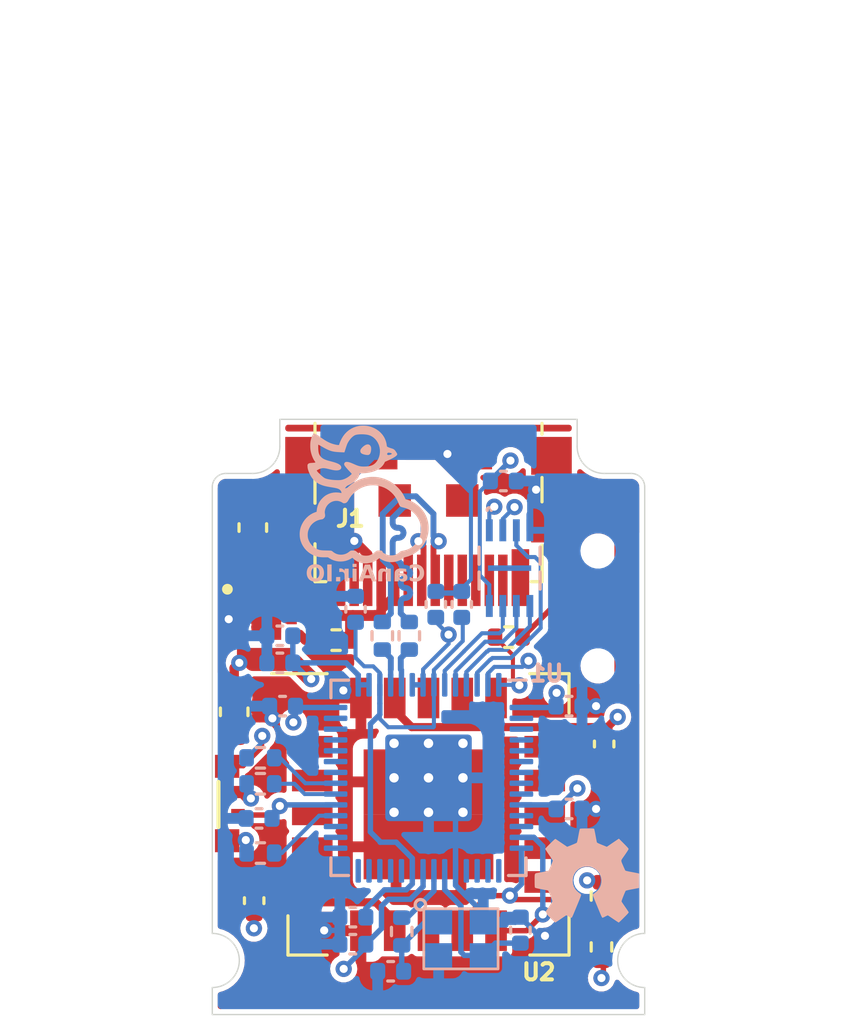
<source format=kicad_pcb>
(kicad_pcb (version 20210824) (generator pcbnew)
  (layers (0 "F.Cu" jumper) (1 "In1.Cu" signal) (2 "In2.Cu" signal) (31 "B.Cu" mixed) (34 "B.Paste" user) (35 "F.Paste" user) (36 "B.SilkS" user "B.Silkscreen") (37 "F.SilkS" user "F.Silkscreen") (38 "B.Mask" user) (39 "F.Mask" user) (44 "Edge.Cuts" user))
  (net 0 "")
  (net 1 "+1V1")
  (net 2 "+3V3")
  (net 3 "GND")
  (net 4 "/QSPI_SD3")
  (net 5 "/QSPI_SCLK")
  (net 6 "/QSPI_SD0")
  (net 7 "/QSPI_SD2")
  (net 8 "/QSPI_SD1")
  (net 9 "/QSPI_SS")
  (net 10 "/USB_D+")
  (net 11 "/USB_D-")
  (net 12 "/XIN")
  (net 13 "/XOUT")
  (net 14 "/XOUTc")
  (net 15 "/SCL")
  (net 16 "/SDA")
  (net 17 "Net-(R7-Pad2)")
  (net 18 "Net-(U4-Pad1)")
  (net 19 "/Pi_USB_D+")
  (net 20 "/Pi_USB_D-")
  (net 21 "VBUS")
  (net 22 "Net-(R6-Pad1)")
  (net 23 "Net-(D1-Pad3)")
  (net 24 "Net-(D1-Pad4)")
  (net 25 "Net-(D1-Pad1)")
  (net 26 "/LED_R")
  (net 27 "/LED_G")
  (net 28 "/LED_B")
  (net 51 "/RUN")
  (footprint "SMD:QFN-20_EP_10.1x10.1_Pitch1.25mm" (layer "F.Cu") (at 100 72.6)
    (fp_text reference "U2")
    (fp_text value "SCD4x")
  )
  (footprint "Resistor_SMD:R_0402_1005Metric" (layer "F.Cu") (at 106.4 77.5 90)
    (fp_text reference "R4" hide)
    (fp_text value "2.2k")
  )
  (footprint "Capacitor_SMD:C_0402_1005Metric" (layer "F.Cu") (at 106.5 70 -90)
    (fp_text reference "C8" hide)
    (fp_text value "4.7u")
  )
  (footprint "SMD:RGB_LED_3x1" (layer "F.Cu") (at 92.6 72.2 -90)
    (fp_text reference "D1" hide)
    (fp_text value "LED_BARG")
  )
  (footprint "Resistor_SMD:R_0402_1005Metric" (layer "F.Cu") (at 106.4 75.62 -90)
    (fp_text reference "R3" hide)
    (fp_text value "2.2k")
  )
  (footprint "Resistor_SMD:R_0402_1005Metric" (layer "F.Cu") (at 102.97 66.05 180)
    (fp_text reference "R6" hide)
    (fp_text value "1k")
  )
  (footprint "Resistor_SMD:R_0402_1005Metric" (layer "F.Cu") (at 96.58 66.16 180)
    (fp_text reference "R7" hide)
    (fp_text value "10k")
  )
  (footprint "SMD:XCL220" (layer "F.Cu") (at 94 65.4 -90)
    (fp_text reference "U4" hide)
    (fp_text value "XCL220")
  )
  (footprint "SMD:TL3340AF160QG" (layer "F.Cu") (at 106.27465 64.99 90)
    (fp_text reference "SW1")
    (fp_text value "SW_Push")
  )
  (footprint "Capacitor_SMD:C_0603_1608Metric" (layer "F.Cu") (at 92.81 68.81 -90)
    (fp_text reference "C18" hide)
    (fp_text value "10u")
  )
  (footprint "Capacitor_SMD:C_0603_1608Metric" (layer "F.Cu") (at 93.5 62 90)
    (fp_text reference "C17" hide)
    (fp_text value "10u")
  )
  (footprint "SMD:USB_C_Plug_UTC009-C12" (layer "F.Cu") (at 100 63.75 180)
    (fp_text reference "J1")
    (fp_text value "DX07P024MJ1R1500")
  )
  (footprint "Capacitor_SMD:C_0402_1005Metric" (layer "F.Cu") (at 93.55 75.79 90)
    (fp_text reference "C9" hide)
    (fp_text value "100n")
  )
  (footprint "Capacitor_SMD:C_0402_1005Metric" (layer "B.Cu") (at 98.6 78.4)
    (fp_text reference "C15" hide)
    (fp_text value "27p")
  )
  (footprint "Capacitor_SMD:C_0402_1005Metric" (layer "B.Cu") (at 94.5 67 180)
    (fp_text reference "C7" hide)
    (fp_text value "100n")
  )
  (footprint "Capacitor_SMD:C_0402_1005Metric" (layer "B.Cu") (at 94.5 66 180)
    (fp_text reference "C10" hide)
    (fp_text value "1u")
  )
  (footprint "Resistor_SMD:R_0402_1005Metric" (layer "B.Cu") (at 93.78 74.03 180)
    (fp_text reference "R10" hide)
    (fp_text value "470")
  )
  (footprint "Capacitor_SMD:C_0402_1005Metric" (layer "B.Cu") (at 97.3 65.02 90)
    (fp_text reference "C11" hide)
    (fp_text value "1u")
  )
  (footprint "Resistor_SMD:R_0402_1005Metric" (layer "B.Cu") (at 99.29 66 -90)
    (fp_text reference "R1" hide)
    (fp_text value "27.4")
  )
  (footprint "Capacitor_SMD:C_0402_1005Metric" (layer "B.Cu") (at 103.4 76.88 -90)
    (fp_text reference "C14" hide)
    (fp_text value "27p")
  )
  (footprint "Capacitor_SMD:C_0402_1005Metric" (layer "B.Cu") (at 94.6 68.6 180)
    (fp_text reference "C1" hide)
    (fp_text value "100n")
  )
  (footprint "Resistor_SMD:R_0402_1005Metric" (layer "B.Cu") (at 99.01 76.93 90)
    (fp_text reference "R5" hide)
    (fp_text value "1k")
  )
  (footprint "SMD:W25Q16JVUXIQ" (layer "B.Cu") (at 103 63.5 -90)
    (fp_text reference "U3" hide)
    (fp_text value "W25Q16JVUXIQ" hide)
  )
  (footprint "Capacitor_SMD:C_0402_1005Metric" (layer "B.Cu") (at 101.23 64.84 90)
    (fp_text reference "C12" hide)
    (fp_text value "100n")
  )
  (footprint "Capacitor_SMD:C_0402_1005Metric" (layer "B.Cu") (at 93.73 72.75 180)
    (fp_text reference "C2" hide)
    (fp_text value "100n")
  )
  (footprint "RP2040:RP2040-QFN-56" (layer "B.Cu") (at 100 71.25 180)
    (fp_text reference "U1")
    (fp_text value "RP2040")
  )
  (footprint "Capacitor_SMD:C_0402_1005Metric" (layer "B.Cu") (at 105.2 68.6)
    (fp_text reference "C3" hide)
    (fp_text value "100n")
  )
  (footprint "Capacitor_SMD:C_0402_1005Metric" (layer "B.Cu") (at 105.2 72.4)
    (fp_text reference "C4" hide)
    (fp_text value "100n")
  )
  (footprint "Resistor_SMD:R_0402_1005Metric" (layer "B.Cu") (at 98.29 66 90)
    (fp_text reference "R2" hide)
    (fp_text value "27.4")
  )
  (footprint "Capacitor_SMD:C_0402_1005Metric" (layer "B.Cu") (at 97.2 76.4 180)
    (fp_text reference "C13" hide)
    (fp_text value "100n")
  )
  (footprint "Capacitor_SMD:C_0402_1005Metric" (layer "B.Cu") (at 102.77 60.28)
    (fp_text reference "C16" hide)
    (fp_text value "100n")
  )
  (footprint "Resistor_SMD:R_0402_1005Metric" (layer "B.Cu") (at 93.78 70.51 180)
    (fp_text reference "R9" hide)
    (fp_text value "470")
  )
  (footprint "SMD:AKER_C2E" (layer "B.Cu") (at 101.2 77.2)
    (fp_text reference "Y1" hide)
    (fp_text value "C2E-12.000-18-1020-X-R")
  )
  (footprint "Capacitor_SMD:C_0402_1005Metric" (layer "B.Cu") (at 100.27 64.84 90)
    (fp_text reference "C6" hide)
    (fp_text value "100n")
  )
  (footprint "Capacitor_SMD:C_0402_1005Metric" (layer "B.Cu") (at 97.2 77.4 180)
    (fp_text reference "C5" hide)
    (fp_text value "100n")
  )
  (footprint "SMD:OHW_LOGO" (layer "B.Cu") (at 105.875301 74.885646 180)
    (fp_text reference "LOGO2" hide)
    (fp_text value "Logo_Open_Hardware_Small" hide)
  )
  (footprint "Resistor_SMD:R_0402_1005Metric" (layer "B.Cu") (at 93.78 71.47 180)
    (fp_text reference "R8" hide)
    (fp_text value "470")
  )
  (footprint "SMD:CanAir_IO" (layer "B.Cu") (at 97.58 60.88 180)
    (fp_text reference "LOGO1" hide)
    (fp_text value "LOGO" hide)
  )
  (gr_line (start 106.5 60) (end 107.5 60) (layer "Edge.Cuts") (width 0.05))
  (gr_line (start 108 80) (end 92 80) (layer "Edge.Cuts") (width 0.05))
  (gr_arc (start 93.500003 59) (end 93.5 60) (angle -90) (layer "Edge.Cuts") (width 0.05))
  (gr_arc (start 92.499999 60.5) (end 92.5 60) (angle -90) (layer "Edge.Cuts") (width 0.05))
  (gr_line (start 92 79) (end 92 80) (layer "Edge.Cuts") (width 0.05))
  (gr_line (start 105.5 58) (end 105.5 59) (layer "Edge.Cuts") (width 0.05))
  (gr_arc (start 108 78) (end 108 79) (angle 180) (layer "Edge.Cuts") (width 0.05))
  (gr_arc (start 92 78) (end 92 77) (angle 180) (layer "Edge.Cuts") (width 0.05))
  (gr_line (start 94.5 59) (end 94.5 58) (layer "Edge.Cuts") (width 0.05))
  (gr_line (start 94.5 58) (end 105.5 58) (layer "Edge.Cuts") (width 0.05))
  (gr_line (start 108 60.5) (end 108 77) (layer "Edge.Cuts") (width 0.05))
  (gr_arc (start 106.5 59.000003) (end 105.5 59) (angle -90) (layer "Edge.Cuts") (width 0.05))
  (gr_line (start 92 77) (end 92 60.5) (layer "Edge.Cuts") (width 0.05))
  (gr_line (start 92.5 60) (end 93.5 60) (layer "Edge.Cuts") (width 0.05))
  (gr_line (start 108 79) (end 108 80) (layer "Edge.Cuts") (width 0.05))
  (gr_arc (start 107.5 60.499999) (end 107.5 60) (angle 90) (layer "Edge.Cuts") (width 0.05))
  (segment (start 100.2 69.36) (end 100.2 67.8125) (width 0.15) (layer "B.Cu") (net 1))
  (segment (start 99.18 75.39) (end 98.37 75.39) (width 0.2) (layer "B.Cu") (net 1))
  (segment (start 101.267734 65.357734) (end 101.267734 66.192266) (width 0.15) (layer "B.Cu") (net 1))
  (segment (start 99.4 75.17) (end 99.18 75.39) (width 0.2) (layer "B.Cu") (net 1))
  (segment (start 98.51 69.38) (end 100.18 69.38) (width 0.15) (layer "B.Cu") (net 1))
  (segment (start 101.042743 66.420829) (end 100.2 67.263572) (width 0.15) (layer "B.Cu") (net 1))
  (segment (start 98.2 68.91) (end 97.85 69.26) (width 0.2) (layer "B.Cu") (net 1))
  (segment (start 98.2 69.07) (end 98.51 69.38) (width 0.15) (layer "B.Cu") (net 1))
  (segment (start 99.4 74.22503) (end 99.4 74.6875) (width 0.2) (layer "B.Cu") (net 1))
  (segment (start 98.37 75.39) (end 97.68 76.08) (width 0.2) (layer "B.Cu") (net 1))
  (segment (start 101.267734 66.192266) (end 101.042744 66.417256) (width 0.15) (layer "B.Cu") (net 1))
  (segment (start 98.80497 73.63) (end 99.4 74.22503) (width 0.2) (layer "B.Cu") (net 1))
  (segment (start 97.62 67.13) (end 97.3 66.81) (width 0.15) (layer "B.Cu") (net 1))
  (segment (start 99.4 74.6875) (end 99.4 75.17) (width 0.2) (layer "B.Cu") (net 1))
  (segment (start 97.85 73.25) (end 98.21 73.61) (width 0.2) (layer "B.Cu") (net 1))
  (segment (start 98.21 73.63) (end 98.80497 73.63) (width 0.2) (layer "B.Cu") (net 1))
  (segment (start 101.042744 66.417256) (end 101.042743 66.420829) (width 0.15) (layer "B.Cu") (net 1))
  (segment (start 98.2 67.8125) (end 98.2 68.5) (width 0.2) (layer "B.Cu") (net 1))
  (segment (start 97.85 69.26) (end 97.85 73.25) (width 0.2) (layer "B.Cu") (net 1))
  (segment (start 97.3 66.81) (end 97.3 65.5) (width 0.15) (layer "B.Cu") (net 1))
  (segment (start 98.2 68.5) (end 98.2 68.91) (width 0.2) (layer "B.Cu") (net 1))
  (segment (start 98.2 67.8125) (end 98.2 67.375) (width 0.15) (layer "B.Cu") (net 1))
  (segment (start 98.2 67.375) (end 97.955 67.13) (width 0.15) (layer "B.Cu") (net 1))
  (segment (start 98.2 68.5) (end 98.2 69.07) (width 0.15) (layer "B.Cu") (net 1))
  (segment (start 100.18 69.38) (end 100.2 69.36) (width 0.15) (layer "B.Cu") (net 1))
  (segment (start 98.21 73.61) (end 98.21 73.63) (width 0.2) (layer "B.Cu") (net 1))
  (segment (start 100.2 67.263572) (end 100.2 67.8125) (width 0.15) (layer "B.Cu") (net 1))
  (segment (start 97.955 67.13) (end 97.62 67.13) (width 0.15) (layer "B.Cu") (net 1))
  (segment (start 97.68 76.08) (end 97.68 76.4) (width 0.2) (layer "B.Cu") (net 1))
  (segment (start 93.9905 67) (end 93.5 67) (width 0.3) (layer "F.Cu") (net 2))
  (segment (start 95.66 67.6) (end 95.06 67) (width 0.6) (layer "F.Cu") (net 2))
  (segment (start 106.4 75.11) (end 105.94 75.11) (width 0.15) (layer "F.Cu") (net 2))
  (segment (start 92.95 72.625) (end 94.165 72.625) (width 0.2) (layer "F.Cu") (net 2))
  (segment (start 98.75 76.55) (end 98.050489 75.850489) (width 0.3) (layer "F.Cu") (net 2))
  (segment (start 106.47 78.58) (end 106.4 78.65) (width 0.2) (layer "F.Cu") (net 2))
  (segment (start 106.47 78.11) (end 106.47 78.58) (width 0.2) (layer "F.Cu") (net 2))
  (segment (start 106.5 69.5) (end 107 69) (width 0.3) (layer "F.Cu") (net 2))
  (segment (start 99.375489 69.375489) (end 106.355489 69.375489) (width 0.3) (layer "F.Cu") (net 2))
  (segment (start 106.355489 69.375489) (end 106.5 69.52) (width 0.3) (layer "F.Cu") (net 2))
  (segment (start 93.5 67) (end 93 67) (width 0.3) (layer "F.Cu") (net 2))
  (segment (start 92.81 68.035) (end 92.81 67.19) (width 0.35) (layer "F.Cu") (net 2))
  (segment (start 93.0625 65.95) (end 93.0625 66.9375) (width 0.3) (layer "F.Cu") (net 2))
  (segment (start 93.55 76.8) (end 93.54 76.81) (width 0.3) (layer "F.Cu") (net 2))
  (segment (start 94 66.9905) (end 93.9905 67) (width 0.3) (layer "F.Cu") (net 2))
  (segment (start 98.75 68.75) (end 99.375489 69.375489) (width 0.3) (layer "F.Cu") (net 2))
  (segment (start 98.050489 75.850489) (end 93.969511 75.850489) (width 0.3) (layer "F.Cu") (net 2))
  (segment (start 105.94 75.11) (end 105.87 75.04) (width 0.15) (layer "F.Cu") (net 2))
  (segment (start 93.55 76.27) (end 93.55 76.8) (width 0.3) (layer "F.Cu") (net 2))
  (segment (start 94.165 72.625) (end 94.5 72.29) (width 0.2) (layer "F.Cu") (net 2))
  (segment (start 95.06 67) (end 93.5 67) (width 0.6) (layer "F.Cu") (net 2))
  (segment (start 94 66.65) (end 94 66.9905) (width 0.3) (layer "F.Cu") (net 2))
  (segment (start 93.969511 75.850489) (end 93.55 76.27) (width 0.3) (layer "F.Cu") (net 2))
  (segment (start 93.0625 66.9375) (end 93 67) (width 0.3) (layer "F.Cu") (net 2))
  (segment (start 92.81 67.19) (end 93 67) (width 0.35) (layer "F.Cu") (net 2))
  (via (at 105.87 75.04) (size 0.6) (drill 0.3) (layers "F.Cu" "B.Cu") (net 2))
  (via (at 94.5 72.29) (size 0.6) (drill 0.3) (layers "F.Cu" "B.Cu") (net 2))
  (via (at 95 69.2) (size 0.6) (drill 0.3) (layers "F.Cu" "B.Cu") (net 2))
  (via (at 107 69) (size 0.6) (drill 0.3) (layers "F.Cu" "B.Cu") (net 2))
  (via (at 106.4 78.65) (size 0.6) (drill 0.3) (layers "F.Cu" "B.Cu") (net 2))
  (via (at 105.509368 71.640816) (size 0.6) (drill 0.3) (layers "F.Cu" "B.Cu") (net 2))
  (via (at 103.032947 59.524975) (size 0.6) (drill 0.3) (layers "F.Cu" "B.Cu") (net 2))
  (via (at 93.54 76.81) (size 0.6) (drill 0.3) (layers "F.Cu" "B.Cu") (net 2))
  (via (at 96.861995 78.310888) (size 0.6) (drill 0.3) (layers "F.Cu" "B.Cu") (net 2))
  (via (at 95.66 67.6) (size 0.6) (drill 0.3) (layers "F.Cu" "B.Cu") (net 2))
  (via (at 93 67) (size 0.6) (drill 0.3) (layers "F.Cu" "B.Cu") (net 2))
  (via (at 104.74 68.109011) (size 0.6) (drill 0.3) (layers "F.Cu" "B.Cu") (net 2))
  (via (at 100.743233 65.957329) (size 0.6) (drill 0.3) (layers "F.Cu" "B.Cu") (net 2))
  (segment (start 94.98 66) (end 94.98 67) (width 0.2) (layer "B.Cu") (net 2))
  (segment (start 99.8 67.24) (end 99.8 67.8125) (width 0.15) (layer "B.Cu") (net 2))
  (segment (start 100.27 65.484096) (end 100.743233 65.957329) (width 0.15) (layer "B.Cu") (net 2))
  (segment (start 104.72 68.6) (end 104.72 68.129011) (width 0.2) (layer "B.Cu") (net 2))
  (segment (start 97.4 67.8125) (end 97.4 67.448928) (width 0.2) (layer "B.Cu") (net 2))
  (segment (start 102.249999 64.116427) (end 101.898488 63.764916) (width 0.15) (layer "B.Cu") (net 2))
  (segment (start 103.4375 68.65) (end 104.67 68.65) (width 0.2) (layer "B.Cu") (net 2))
  (segment (start 104.72 68.129011) (end 104.74 68.109011) (width 0.2) (layer "B.Cu") (net 2))
  (segment (start 97.8 67.8125) (end 97.4 67.8125) (width 0.2) (layer "B.Cu") (net 2))
  (segment (start 100.743233 66.296767) (end 99.8 67.24) (width 0.15) (layer "B.Cu") (net 2))
  (segment (start 103.4375 72.25) (end 104.57 72.25) (width 0.2) (layer "B.Cu") (net 2))
  (segment (start 97.68 77.4) (end 98.25952 76.82048) (width 0.2) (layer "B.Cu") (net 2))
  (segment (start 102.29 60.267922) (end 103.032947 59.524975) (width 0.2) (layer "B.Cu") (net 2))
  (segment (start 98.514773 75.739511) (end 99.324773 75.739511) (width 0.2) (layer "B.Cu") (net 2))
  (segment (start 95.08 68.6) (end 95.08 69.12) (width 0.2) (layer "B.Cu") (net 2))
  (segment (start 99.324773 75.739511) (end 99.8 75.264284) (width 0.2) (layer "B.Cu") (net 2))
  (segment (start 97.4 67.448928) (end 96.951072 67) (width 0.2) (layer "B.Cu") (net 2))
  (segment (start 97.68 77.492883) (end 96.861995 78.310888) (width 0.2) (layer "B.Cu") (net 2))
  (segment (start 102.249999 64.8984) (end 102.249999 64.116427) (width 0.15) (layer "B.Cu") (net 2))
  (segment (start 104.750184 72.4) (end 105.509368 71.640816) (width 0.2) (layer "B.Cu") (net 2))
  (segment (start 94.21 72.58) (end 94.5 72.29) (width 0.2) (layer "B.Cu") (net 2))
  (segment (start 100.743233 65.957329) (end 100.743233 66.296767) (width 0.15) (layer "B.Cu") (net 2))
  (segment (start 96.5625 72.25) (end 94.54 72.25) (width 0.2) (layer "B.Cu") (net 2))
  (segment (start 99.8 75.264284) (end 99.8 74.6875) (width 0.2) (layer "B.Cu") (net 2))
  (segment (start 96.951072 67) (end 94.98 67) (width 0.2) (layer "B.Cu") (net 2))
  (segment (start 95.58 67.6) (end 94.98 67) (width 0.2) (layer "B.Cu") (net 2))
  (segment (start 99.4 67.8125) (end 99.8 67.8125) (width 0.2) (layer "B.Cu") (net 2))
  (segment (start 101.898488 63.764916) (end 101.898488 60.671512) (width 0.15) (layer "B.Cu") (net 2))
  (segment (start 94.21 72.75) (end 94.21 72.58) (width 0.2) (layer "B.Cu") (net 2))
  (segment (start 98.25952 76.82048) (end 98.25952 75.994764) (width 0.2) (layer "B.Cu") (net 2))
  (segment (start 95.08 69.12) (end 95 69.2) (width 0.2) (layer "B.Cu") (net 2))
  (segment (start 94.54 72.25) (end 94.5 72.29) (width 0.2) (layer "B.Cu") (net 2))
  (segment (start 96.5625 68.65) (end 95.13 68.65) (width 0.2) (layer "B.Cu") (net 2))
  (segment (start 95.66 67.6) (end 95.58 67.6) (width 0.2) (layer "B.Cu") (net 2))
  (segment (start 98.25952 75.994764) (end 98.514773 75.739511) (width 0.2) (layer "B.Cu") (net 2))
  (segment (start 101.898488 60.671512) (end 102.29 60.28) (width 0.15) (layer "B.Cu") (net 2))
  (segment (start 97.5 68.3) (end 97.130637 68.3) (width 0.2) (layer "F.Cu") (net 3))
  (segment (start 97.75 63.95) (end 97.75 62.989817) (width 0.35) (layer "F.Cu") (net 3))
  (segment (start 93.0625 65.4) (end 92.621342 65.4) (width 0.15) (layer "F.Cu") (net 3))
  (segment (start 94.9375 65.4) (end 94.76 65.4) (width 0.3) (layer "F.Cu") (net 3))
  (segment (start 93.342416 69.052584) (end 92.81 69.585) (width 0.3) (layer "F.Cu") (net 3))
  (segment (start 93.625 65.4) (end 94 65.025) (width 0.3) (layer "F.Cu") (net 3))
  (segment (start 97.130637 68.3) (end 96.8505 68.019863) (width 0.2) (layer "F.Cu") (net 3))
  (segment (start 94 65.775) (end 93.855 65.775) (width 0.15) (layer "F.Cu") (net 3))
  (segment (start 94.375 65.4) (end 94.76 65.4) (width 0.15) (layer "F.Cu") (net 3))
  (segment (start 94.224578 69.052584) (end 93.342416 69.052584) (width 0.3) (layer "F.Cu") (net 3))
  (segment (start 94.375 65.4) (end 94 65.025) (width 0.3) (layer "F.Cu") (net 3))
  (segment (start 94 65.775) (end 94.375 65.4) (width 0.15) (layer "F.Cu") (net 3))
  (segment (start 92.621342 65.4) (end 92.60782 65.386478) (width 0.15) (layer "F.Cu") (net 3))
  (segment (start 97.25 63.95) (end 97.25 62.500407) (width 0.35) (layer "F.Cu") (net 3))
  (segment (start 97.25 62.500407) (end 97.255295 62.495112) (width 0.35) (layer "F.Cu") (net 3))
  (segment (start 93.48 65.4) (end 93.625 65.4) (width 0.3) (layer "F.Cu") (net 3))
  (segment (start 97.75 62.989817) (end 97.255295 62.495112) (width 0.35) (layer "F.Cu") (net 3))
  (segment (start 93.855 65.775) (end 93.48 65.4) (width 0.15) (layer "F.Cu") (net 3))
  (segment (start 93.0625 65.4) (end 93.48 65.4) (width 0.3) (layer "F.Cu") (net 3))
  (via (at 103.98 60.6) (size 0.6) (drill 0.3) (layers "F.Cu" "B.Cu") (net 3))
  (via (at 94.224578 69.052584) (size 0.6) (drill 0.3) (layers "F.Cu" "B.Cu") (net 3))
  (via (at 104.31 77.09) (size 0.6) (drill 0.3) (layers "F.Cu" "B.Cu") (net 3))
  (via (at 100.700498 59.28) (size 0.6) (drill 0.3) (layers "F.Cu" "B.Cu") (net 3))
  (via (at 96.14 76.89) (size 0.6) (drill 0.3) (layers "F.Cu" "B.Cu") (net 3))
  (via (at 97.255295 62.495112) (size 0.6) (drill 0.3) (layers "F.Cu" "B.Cu") (net 3))
  (via (at 106.2 72.4) (size 0.6) (drill 0.3) (layers "F.Cu" "B.Cu") (net 3))
  (via (at 106.2 68.6) (size 0.6) (drill 0.3) (layers "F.Cu" "B.Cu") (net 3))
  (via (at 96.8505 68.019863) (size 0.6) (drill 0.3) (layers "F.Cu" "B.Cu") (net 3))
  (via (at 92.60782 65.386478) (size 0.6) (drill 0.3) (layers "F.Cu" "B.Cu") (net 3))
  (segment (start 96.72 76.89) (end 96.14 76.89) (width 0.2) (layer "B.Cu") (net 3))
  (segment (start 101 74.6875) (end 101 75.220682) (width 0.2) (layer "B.Cu") (net 3))
  (segment (start 94.12 68.948006) (end 94.224578 69.052584) (width 0.2) (layer "B.Cu") (net 3))
  (segment (start 101.23 64.26) (end 101.57 63.92) (width 0.15) (layer "B.Cu") (net 3))
  (segment (start 103.2125 76.5875) (end 103.4 76.4) (width 0.2) (layer "B.Cu") (net 3))
  (segment (start 96.72 76.4) (end 96.72 76.89) (width 0.2) (layer "B.Cu") (net 3))
  (segment (start 101.57 60.149502) (end 100.700498 59.28) (width 0.15) (layer "B.Cu") (net 3))
  (segment (start 101 74.6875) (end 101 72.8) (width 0.2) (layer "B.Cu") (net 3))
  (segment (start 101.23 64.36) (end 101.23 64.26) (width 0.15) (layer "B.Cu") (net 3))
  (segment (start 103.750001 60.829999) (end 103.98 60.6) (width 0.2) (layer "B.Cu") (net 3))
  (segment (start 103.4 76.4) (end 104.09 77.09) (width 0.2) (layer "B.Cu") (net 3))
  (segment (start 101.57 63.92) (end 101.57 60.149502) (width 0.15) (layer "B.Cu") (net 3))
  (segment (start 105.68 68.6) (end 106.2 68.6) (width 0.2) (layer "B.Cu") (net 3))
  (segment (start 103.25 60.28) (end 103.66 60.28) (width 0.2) (layer "B.Cu") (net 3))
  (segment (start 102.025 76.5875) (end 103.2125 76.5875) (width 0.2) (layer "B.Cu") (net 3))
  (segment (start 100.29 64.42) (end 101.26 64.42) (width 0.2) (layer "B.Cu") (net 3))
  (segment (start 101 72.8) (end 101.275 72.525) (width 0.2) (layer "B.Cu") (net 3))
  (segment (start 104.09 77.09) (end 104.31 77.09) (width 0.2) (layer "B.Cu") (net 3))
  (segment (start 94.02 66) (end 94.02 67) (width 0.15) (layer "B.Cu") (net 3))
  (segment (start 94.12 68.6) (end 94.12 68.948006) (width 0.2) (layer "B.Cu") (net 3))
  (segment (start 103.750001 62.1016) (end 103.750001 60.829999) (width 0.2) (layer "B.Cu") (net 3))
  (segment (start 101 75.220682) (end 102.025 76.245682) (width 0.2) (layer "B.Cu") (net 3))
  (segment (start 103.66 60.28) (end 103.98 60.6) (width 0.2) (layer "B.Cu") (net 3))
  (segment (start 96.72 77.4) (end 96.72 76.89) (width 0.2) (layer "B.Cu") (net 3))
  (segment (start 105.68 72.4) (end 106.2 72.4) (width 0.2) (layer "B.Cu") (net 3))
  (segment (start 101.318512 66.567746) (end 101.979472 65.906786) (width 0.15) (layer "B.Cu") (net 4))
  (segment (start 101.979472 65.906786) (end 102.623214 65.906786) (width 0.15) (layer "B.Cu") (net 4))
  (segment (start 101.318512 66.571757) (end 101.318512 66.567746) (width 0.15) (layer "B.Cu") (net 4))
  (segment (start 102.623214 65.906786) (end 102.75 65.78) (width 0.15) (layer "B.Cu") (net 4))
  (segment (start 100.6 67.290269) (end 101.318512 66.571757) (width 0.15) (layer "B.Cu") (net 4))
  (segment (start 102.75 65.78) (end 102.75 64.8984) (width 0.15) (layer "B.Cu") (net 4))
  (segment (start 100.6 67.8125) (end 100.6 67.290269) (width 0.15) (layer "B.Cu") (net 4))
  (segment (start 101 67.8125) (end 101 67.313841) (width 0.15) (layer "B.Cu") (net 5))
  (segment (start 101 67.313841) (end 102.095269 66.218572) (width 0.15) (layer "B.Cu") (net 5))
  (segment (start 103.25 65.72) (end 103.25 64.8984) (width 0.15) (layer "B.Cu") (net 5))
  (segment (start 102.751428 66.218572) (end 103.25 65.72) (width 0.15) (layer "B.Cu") (net 5))
  (segment (start 102.095269 66.218572) (end 102.751428 66.218572) (width 0.15) (layer "B.Cu") (net 5))
  (segment (start 103.750001 64.8984) (end 103.750001 65.649999) (width 0.15) (layer "B.Cu") (net 6))
  (segment (start 102.182185 66.578531) (end 102.159709 66.578531) (width 0.15) (layer "B.Cu") (net 6))
  (segment (start 102.182188 66.578528) (end 102.182185 66.578531) (width 0.15) (layer "B.Cu") (net 6))
  (segment (start 102.182194 66.578528) (end 102.182188 66.578528) (width 0.15) (layer "B.Cu") (net 6))
  (segment (start 102.88088 66.51912) (end 102.241598 66.51912) (width 0.15) (layer "B.Cu") (net 6))
  (segment (start 103.750001 65.649999) (end 102.88088 66.51912) (width 0.15) (layer "B.Cu") (net 6))
  (segment (start 102.159709 66.578531) (end 101.4 67.33824) (width 0.15) (layer "B.Cu") (net 6))
  (segment (start 102.241598 66.51912) (end 102.182194 66.578528) (width 0.15) (layer "B.Cu") (net 6))
  (segment (start 101.4 67.33824) (end 101.4 67.8125) (width 0.15) (layer "B.Cu") (net 6))
  (segment (start 102.364786 66.81951) (end 103.044062 66.81951) (width 0.15) (layer "B.Cu") (net 7))
  (segment (start 104.15 63.299278) (end 103.940722 63.09) (width 0.15) (layer "B.Cu") (net 7))
  (segment (start 103.25 62.658) (end 103.25 62.1016) (width 0.15) (layer "B.Cu") (net 7))
  (segment (start 103.940722 63.09) (end 103.682 63.09) (width 0.15) (layer "B.Cu") (net 7))
  (segment (start 102.306266 66.878034) (end 102.364786 66.81951) (width 0.15) (layer "B.Cu") (net 7))
  (segment (start 101.8 67.361812) (end 102.283778 66.878034) (width 0.15) (layer "B.Cu") (net 7))
  (segment (start 102.283778 66.878034) (end 102.306266 66.878034) (width 0.15) (layer "B.Cu") (net 7))
  (segment (start 104.15 65.713572) (end 104.15 63.299278) (width 0.15) (layer "B.Cu") (net 7))
  (segment (start 101.8 67.8125) (end 101.8 67.361812) (width 0.15) (layer "B.Cu") (net 7))
  (segment (start 103.682 63.09) (end 103.25 62.658) (width 0.15) (layer "B.Cu") (net 7))
  (segment (start 103.044062 66.81951) (end 104.15 65.713572) (width 0.15) (layer "B.Cu") (net 7))
  (via (at 103.183831 61.244693) (size 0.6) (drill 0.3) (layers "F.Cu" "B.Cu") (net 8))
  (via (at 103.699636 66.925692) (size 0.6) (drill 0.3) (layers "F.Cu" "B.Cu") (net 8))
  (segment (start 102.2 67.8125) (end 102.2 67.385384) (width 0.15) (layer "B.Cu") (net 8))
  (segment (start 102.75 62.1016) (end 102.75 61.678524) (width 0.15) (layer "B.Cu") (net 8))
  (segment (start 103.474848 67.15048) (end 103.699636 66.925692) (width 0.15) (layer "B.Cu") (net 8))
  (segment (start 102.2 67.385384) (end 102.434904 67.15048) (width 0.15) (layer "B.Cu") (net 8))
  (segment (start 102.75 61.678524) (end 103.183831 61.244693) (width 0.15) (layer "B.Cu") (net 8))
  (segment (start 102.434904 67.15048) (end 103.474848 67.15048) (width 0.15) (layer "B.Cu") (net 8))
  (segment (start 103.36182 67.829542) (end 103.124511 67.592233) (width 0.15) (layer "F.Cu") (net 9))
  (segment (start 103.124511 66.714511) (end 102.46 66.05) (width 0.15) (layer "F.Cu") (net 9))
  (segment (start 103.124511 67.592233) (end 103.124511 66.714511) (width 0.15) (layer "F.Cu") (net 9))
  (via (at 102.4345 61.228683) (size 0.6) (drill 0.3) (layers "F.Cu" "B.Cu") (net 9))
  (via (at 103.36182 67.829542) (size 0.6) (drill 0.3) (layers "F.Cu" "B.Cu") (net 9))
  (segment (start 103.344778 67.8125) (end 103.36182 67.829542) (width 0.15) (layer "B.Cu") (net 9))
  (segment (start 102.6 67.8125) (end 103.344778 67.8125) (width 0.15) (layer "B.Cu") (net 9))
  (segment (start 102.249999 61.413184) (end 102.4345 61.228683) (width 0.15) (layer "B.Cu") (net 9))
  (segment (start 102.249999 62.1016) (end 102.249999 61.413184) (width 0.15) (layer "B.Cu") (net 9))
  (segment (start 99.815907 63.109093) (end 99.815907 62.695743) (width 0.218186) (layer "F.Cu") (net 10))
  (segment (start 99.815907 62.695743) (end 99.625 62.504836) (width 0.218186) (layer "F.Cu") (net 10))
  (via (at 99.625 62.504836) (size 0.6) (drill 0.3) (layers "F.Cu" "B.Cu") (net 10))
  (segment (start 99.145337 64.599546) (end 99.145336 64.599546) (width 0.218186) (layer "B.Cu") (net 10))
  (segment (start 99.106255 61.214093) (end 98.674093 61.646255) (width 0.218186) (layer "B.Cu") (net 10))
  (segment (start 98.89 62.378186) (end 98.858186 62.378186) (width 0.218186) (layer "B.Cu") (net 10))
  (segment (start 98.674093 63.023745) (end 98.974093 63.323745) (width 0.218186) (layer "B.Cu") (net 10))
  (segment (start 99.145336 64.23136) (end 99.145337 64.23136) (width 0.218186) (layer "B.Cu") (net 10))
  (segment (start 99.31658 63.666231) (end 99.31658 63.691931) (width 0.218186) (layer "B.Cu") (net 10))
  (segment (start 99.31658 64.402603) (end 99.31658 64.428303) (width 0.218186) (layer "B.Cu") (net 10))
  (segment (start 98.974093 64.034417) (end 98.974093 64.060117) (width 0.218186) (layer "B.Cu") (net 10))
  (segment (start 98.674093 61.646255) (end 98.674093 61.825907) (width 0.218186) (layer "B.Cu") (net 10))
  (segment (start 99.815907 62.313929) (end 99.625 62.504836) (width 0.218186) (layer "B.Cu") (net 10))
  (segment (start 99.815907 62.313929) (end 99.815907 61.646255) (width 0.218186) (layer "B.Cu") (net 10))
  (segment (start 99.145337 63.863174) (end 99.145336 63.863174) (width 0.218186) (layer "B.Cu") (net 10))
  (segment (start 98.674093 62.612279) (end 98.674093 63.023745) (width 0.218186) (layer "B.Cu") (net 10))
  (segment (start 98.974093 65.174093) (end 99.29 65.49) (width 0.218186) (layer "B.Cu") (net 10))
  (segment (start 98.674093 62.562279) (end 98.674093 62.612279) (width 0.218186) (layer "B.Cu") (net 10))
  (segment (start 98.858186 62.01) (end 98.89 62.01) (width 0.218186) (layer "B.Cu") (net 10))
  (segment (start 99.383745 61.214093) (end 99.106255 61.214093) (width 0.218186) (layer "B.Cu") (net 10))
  (segment (start 99.145336 63.494988) (end 99.145337 63.494988) (width 0.218186) (layer "B.Cu") (net 10))
  (segment (start 98.974093 64.770789) (end 98.974093 64.796489) (width 0.218186) (layer "B.Cu") (net 10))
  (segment (start 99.815907 61.646255) (end 99.383745 61.214093) (width 0.218186) (layer "B.Cu") (net 10))
  (segment (start 98.974093 64.796489) (end 98.974093 65.174093) (width 0.218186) (layer "B.Cu") (net 10))
  (arc (start 98.974093 63.323745) (mid 99.024249 63.444832) (end 99.145336 63.494988) (width 0.218186) (layer "B.Cu") (net 10))
  (arc (start 99.074093 62.194093) (mid 99.020173 62.324266) (end 98.89 62.378186) (width 0.218186) (layer "B.Cu") (net 10))
  (arc (start 99.145337 63.494988) (mid 99.266424 63.545144) (end 99.31658 63.666231) (width 0.218186) (layer "B.Cu") (net 10))
  (arc (start 98.974093 64.060117) (mid 99.024249 64.181204) (end 99.145336 64.23136) (width 0.218186) (layer "B.Cu") (net 10))
  (arc (start 98.858186 62.378186) (mid 98.728013 62.432106) (end 98.674093 62.562279) (width 0.218186) (layer "B.Cu") (net 10))
  (arc (start 98.674093 61.825907) (mid 98.728013 61.95608) (end 98.858186 62.01) (width 0.218186) (layer "B.Cu") (net 10))
  (arc (start 99.145336 63.863174) (mid 99.024249 63.91333) (end 98.974093 64.034417) (width 0.218186) (layer "B.Cu") (net 10))
  (arc (start 99.145337 64.23136) (mid 99.266424 64.281516) (end 99.31658 64.402603) (width 0.218186) (layer "B.Cu") (net 10))
  (arc (start 99.31658 64.428303) (mid 99.266424 64.54939) (end 99.145337 64.599546) (width 0.218186) (layer "B.Cu") (net 10))
  (arc (start 98.89 62.01) (mid 99.020173 62.06392) (end 99.074093 62.194093) (width 0.218186) (layer "B.Cu") (net 10))
  (arc (start 99.31658 63.691931) (mid 99.266424 63.813018) (end 99.145337 63.863174) (width 0.218186) (layer "B.Cu") (net 10))
  (arc (start 99.145336 64.599546) (mid 99.024249 64.649702) (end 98.974093 64.770789) (width 0.218186) (layer "B.Cu") (net 10))
  (segment (start 100.184093 63.109093) (end 100.184093 62.695743) (width 0.218186) (layer "F.Cu") (net 11))
  (segment (start 100.184093 62.695743) (end 100.375 62.504836) (width 0.218186) (layer "F.Cu") (net 11))
  (via (at 100.375 62.504836) (size 0.6) (drill 0.3) (layers "F.Cu" "B.Cu") (net 11))
  (segment (start 99.536255 60.845907) (end 98.953745 60.845907) (width 0.218186) (layer "B.Cu") (net 11))
  (segment (start 100.184093 61.493745) (end 99.536255 60.845907) (width 0.218186) (layer "B.Cu") (net 11))
  (segment (start 98.605907 63.476255) (end 98.605907 65.174093) (width 0.218186) (layer "B.Cu") (net 11))
  (segment (start 100.184093 62.313929) (end 100.375 62.504836) (width 0.218186) (layer "B.Cu") (net 11))
  (segment (start 100.184093 62.313929) (end 100.184093 61.493745) (width 0.218186) (layer "B.Cu") (net 11))
  (segment (start 98.305907 61.493745) (end 98.305907 63.176255) (width 0.218186) (layer "B.Cu") (net 11))
  (segment (start 98.953745 60.845907) (end 98.305907 61.493745) (width 0.218186) (layer "B.Cu") (net 11))
  (segment (start 98.305907 63.176255) (end 98.605907 63.476255) (width 0.218186) (layer "B.Cu") (net 11))
  (segment (start 98.605907 65.174093) (end 98.29 65.49) (width 0.218186) (layer "B.Cu") (net 11))
  (segment (start 100.6 75.385676) (end 101.2 75.985676) (width 0.2) (layer "B.Cu") (net 12))
  (segment (start 101.2 77.6875) (end 101.325 77.8125) (width 0.2) (layer "B.Cu") (net 12))
  (segment (start 102.4775 77.36) (end 102.025 77.8125) (width 0.2) (layer "B.Cu") (net 12))
  (segment (start 103.4 77.36) (end 102.4775 77.36) (width 0.2) (layer "B.Cu") (net 12))
  (segment (start 101.325 77.8125) (end 102.025 77.8125) (width 0.2) (layer "B.Cu") (net 12))
  (segment (start 101.2 75.985676) (end 101.2 77.6875) (width 0.2) (layer "B.Cu") (net 12))
  (segment (start 100.6 74.6875) (end 100.6 75.385676) (width 0.2) (layer "B.Cu") (net 12))
  (segment (start 100.2 75.43) (end 99.21 76.42) (width 0.2) (layer "B.Cu") (net 13))
  (segment (start 100.2 74.6875) (end 100.2 75.43) (width 0.2) (layer "B.Cu") (net 13))
  (segment (start 99.01 77.44) (end 99.01 78.33) (width 0.2) (layer "B.Cu") (net 14))
  (segment (start 99.8625 76.5875) (end 100.375 76.5875) (width 0.2) (layer "B.Cu") (net 14))
  (segment (start 99.01 77.44) (end 99.8625 76.5875) (width 0.2) (layer "B.Cu") (net 14))
  (segment (start 103.155427 75.749511) (end 106.099511 75.749511) (width 0.2) (layer "F.Cu") (net 15))
  (segment (start 106.099511 75.749511) (end 106.48 76.13) (width 0.2) (layer "F.Cu") (net 15))
  (segment (start 102.195905 75.604095) (end 101.25 76.55) (width 0.2) (layer "F.Cu") (net 15))
  (segment (start 103.010011 75.604095) (end 103.155427 75.749511) (width 0.2) (layer "F.Cu") (net 15))
  (segment (start 103.010011 75.604095) (end 102.195905 75.604095) (width 0.2) (layer "F.Cu") (net 15))
  (via (at 103.010011 75.604095) (size 0.6) (drill 0.3) (layers "F.Cu" "B.Cu") (net 15))
  (segment (start 103.4375 73.85) (end 103.4375 75.176606) (width 0.2) (layer "B.Cu") (net 15))
  (segment (start 103.4375 75.176606) (end 103.010011 75.604095) (width 0.2) (layer "B.Cu") (net 15))
  (segment (start 105.679011 76.299011) (end 106.47 77.09) (width 0.2) (layer "F.Cu") (net 16))
  (segment (start 102.5 76.9) (end 103.627817 76.9) (width 0.2) (layer "F.Cu") (net 16))
  (segment (start 104.228806 76.299011) (end 105.679011 76.299011) (width 0.2) (layer "F.Cu") (net 16))
  (segment (start 103.627817 76.9) (end 104.228806 76.299011) (width 0.2) (layer "F.Cu") (net 16))
  (via (at 104.228806 76.299011) (size 0.6) (drill 0.3) (layers "F.Cu" "B.Cu") (net 16))
  (segment (start 103.4375 73.45) (end 103.89997 73.45) (width 0.2) (layer "B.Cu") (net 16))
  (segment (start 103.89997 73.45) (end 104.228806 73.778836) (width 0.2) (layer "B.Cu") (net 16))
  (segment (start 104.228806 73.778836) (end 104.228806 76.299011) (width 0.2) (layer "B.Cu") (net 16))
  (segment (start 95.44 66.16) (end 96.07 66.16) (width 0.35) (layer "F.Cu") (net 17))
  (segment (start 94.9375 65.95) (end 95.23 65.95) (width 0.35) (layer "F.Cu") (net 17))
  (segment (start 95.23 65.95) (end 95.44 66.16) (width 0.35) (layer "F.Cu") (net 17))
  (segment (start 93.0625 64.375) (end 93.2875 64.15) (width 0.3) (layer "F.Cu") (net 18))
  (segment (start 93.0625 64.85) (end 93.0625 64.375) (width 0.3) (layer "F.Cu") (net 18))
  (segment (start 99.29 66.51) (end 98.974093 66.825907) (width 0.218186) (layer "B.Cu") (net 19))
  (segment (start 99 67.268129) (end 98.974093 67.242222) (width 0.2) (layer "B.Cu") (net 19))
  (segment (start 99 67.8125) (end 99 67.268129) (width 0.2) (layer "B.Cu") (net 19))
  (segment (start 98.974093 66.825907) (end 98.974093 67.242222) (width 0.218186) (layer "B.Cu") (net 19))
  (segment (start 98.6 67.248129) (end 98.605907 67.242222) (width 0.2) (layer "B.Cu") (net 20))
  (segment (start 98.29 66.51) (end 98.605907 66.825907) (width 0.218186) (layer "B.Cu") (net 20))
  (segment (start 98.605907 66.825907) (end 98.605907 67.242222) (width 0.218186) (layer "B.Cu") (net 20))
  (segment (start 98.6 67.8125) (end 98.6 67.248129) (width 0.2) (layer "B.Cu") (net 20))
  (segment (start 94.524022 62.775) (end 93.5 62.775) (width 0.35) (layer "F.Cu") (net 21))
  (segment (start 98.03 65.25) (end 98.030489 65.249511) (width 0.4) (layer "F.Cu") (net 21))
  (segment (start 98.25 65.03) (end 98.25 65.224022) (width 0.35) (layer "F.Cu") (net 21))
  (segment (start 98.224511 65.249511) (end 98.030489 65.249511) (width 0.35) (layer "F.Cu") (net 21))
  (segment (start 97.09 65.36) (end 97.2 65.25) (width 0.35) (layer "F.Cu") (net 21))
  (segment (start 98.75 64.53) (end 98.25 65.03) (width 0.35) (layer "F.Cu") (net 21))
  (segment (start 95.55 64.85) (end 95.95 65.25) (width 0.4) (layer "F.Cu") (net 21))
  (segment (start 95.95 65.25) (end 97.2 65.25) (width 0.4) (layer "F.Cu") (net 21))
  (segment (start 95.35 64.85) (end 94.9375 64.85) (width 0.35) (layer "F.Cu") (net 21))
  (segment (start 94.9375 64.85) (end 95.55 64.85) (width 0.4) (layer "F.Cu") (net 21))
  (segment (start 95.374511 63.625489) (end 94.524022 62.775) (width 0.35) (layer "F.Cu") (net 21))
  (segment (start 95.35 64.85) (end 95.374511 64.825489) (width 0.35) (layer "F.Cu") (net 21))
  (segment (start 95.374511 64.825489) (end 95.374511 63.625489) (width 0.35) (layer "F.Cu") (net 21))
  (segment (start 97.2 65.25) (end 98.03 65.25) (width 0.4) (layer "F.Cu") (net 21))
  (segment (start 97.09 66.16) (end 97.09 65.36) (width 0.35) (layer "F.Cu") (net 21))
  (segment (start 98.25 65.224022) (end 98.224511 65.249511) (width 0.35) (layer "F.Cu") (net 21))
  (segment (start 98.25 63.95) (end 98.25 65.03) (width 0.35) (layer "F.Cu") (net 21))
  (segment (start 107.17875 64) (end 106.17875 65) (width 0.2) (layer "F.Cu") (net 22))
  (segment (start 106.17875 65) (end 105.22295 65) (width 0.2) (layer "F.Cu") (net 22))
  (segment (start 103.48 66.05) (end 104.53 65) (width 0.2) (layer "F.Cu") (net 22))
  (segment (start 107.17875 66.85) (end 107.17875 66) (width 0.2) (layer "F.Cu") (net 22))
  (segment (start 107.17875 63.15) (end 107.17875 64) (width 0.2) (layer "F.Cu") (net 22))
  (segment (start 107.17875 66) (end 106.17875 65) (width 0.2) (layer "F.Cu") (net 22))
  (segment (start 93.428915 72.013154) (end 93.188154 72.013154) (width 0.2) (layer "F.Cu") (net 23))
  (segment (start 93.188154 72.013154) (end 92.95 71.775) (width 0.2) (layer "F.Cu") (net 23))
  (via (at 93.428915 72.013154) (size 0.6) (drill 0.3) (layers "F.Cu" "B.Cu") (net 23))
  (segment (start 93.27 71.854239) (end 93.428915 72.013154) (width 0.2) (layer "B.Cu") (net 23))
  (segment (start 93.27 71.52) (end 93.27 71.854239) (width 0.2) (layer "B.Cu") (net 23))
  (segment (start 93.15 70.825) (end 93.848539 70.126461) (width 0.15) (layer "F.Cu") (net 24))
  (segment (start 93.848539 70.126461) (end 93.848539 69.700927) (width 0.15) (layer "F.Cu") (net 24))
  (segment (start 92.55 70.825) (end 93.15 70.825) (width 0.15) (layer "F.Cu") (net 24))
  (via (at 93.848539 69.700927) (size 0.6) (drill 0.3) (layers "F.Cu" "B.Cu") (net 24))
  (segment (start 93.848539 69.931461) (end 93.27 70.51) (width 0.15) (layer "B.Cu") (net 24))
  (segment (start 93.848539 69.700927) (end 93.848539 69.931461) (width 0.15) (layer "B.Cu") (net 24))
  (segment (start 93.24 73.55) (end 92.575 73.55) (width 0.2) (layer "F.Cu") (net 25))
  (via (at 93.24 73.55) (size 0.6) (drill 0.3) (layers "F.Cu" "B.Cu") (net 25))
  (segment (start 93.27 74.03) (end 93.27 73.58) (width 0.2) (layer "B.Cu") (net 25))
  (segment (start 93.27 73.58) (end 93.24 73.55) (width 0.2) (layer "B.Cu") (net 25))
  (segment (start 94.29 71.47) (end 95.04 71.47) (width 0.15) (layer "B.Cu") (net 26))
  (segment (start 95.42 71.85) (end 96.5625 71.85) (width 0.15) (layer "B.Cu") (net 26))
  (segment (start 95.04 71.47) (end 95.42 71.85) (width 0.15) (layer "B.Cu") (net 26))
  (segment (start 94.503572 70.51) (end 94.29 70.51) (width 0.15) (layer "B.Cu") (net 27))
  (segment (start 95.443572 71.45) (end 94.503572 70.51) (width 0.15) (layer "B.Cu") (net 27))
  (segment (start 96.5625 71.45) (end 95.443572 71.45) (width 0.15) (layer "B.Cu") (net 27))
  (segment (start 95.95 72.65) (end 96.5625 72.65) (width 0.15) (layer "B.Cu") (net 28))
  (segment (start 94.29 74.03) (end 94.57 74.03) (width 0.15) (layer "B.Cu") (net 28))
  (segment (start 94.57 74.03) (end 95.95 72.65) (width 0.15) (layer "B.Cu") (net 28))
  (zone locked (net 0) (net_name "") (layers F&B.Cu) (connect_pads (clearance 0)) (min_thickness 0.254)
    (keepout (tracks allowed) (vias allowed) (pads allowed) (copperpour not_allowed) (footprints allowed))
    (fill (thermal_gap 0.508) (thermal_bridge_width 0.508))
    (polygon (pts (xy 101.5 60.75) (xy 101.5 68.75) (xy 98.25 68.75) (xy 98.25 67.5) (xy 98 67.25) (xy 97.25 67.25) (xy 97.25 60.25) (xy 98 59.5) (xy 100.25 59.5)))
  )
  (zone (net 3) (net_name "GND") (layer "F.Cu") (connect_pads (clearance 0.2)) (min_thickness 0.2) (fill yes (thermal_gap 0.4) (thermal_bridge_width 0.4))
    (polygon (pts (xy 93.5 60) (xy 94.5 59) (xy 94.5 58) (xy 108 58) (xy 108 80) (xy 91.5 80) (xy 92 79.5) (xy 92 63.5) (xy 92 60)))
  )
  (zone (net 3) (net_name "GND") (layer "B.Cu") (connect_pads (clearance 0.2)) (min_thickness 0.2) (fill yes (thermal_gap 0.4) (thermal_bridge_width 0.4))
    (polygon (pts (xy 108 60.5) (xy 108 79.5) (xy 108.5 80) (xy 92.5 80) (xy 92 79.5) (xy 92 60) (xy 96 60) (xy 96 56.5) (xy 104 56.5) (xy 104 60) (xy 108.5 60)))
  )
)
</source>
